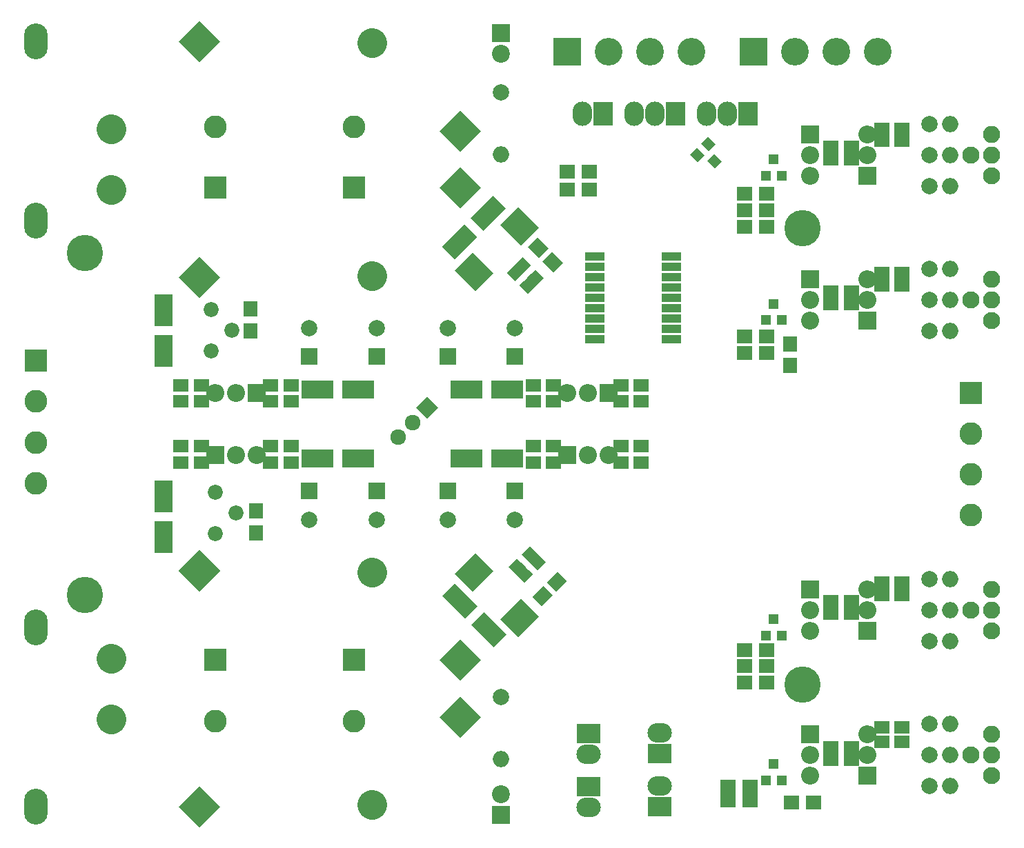
<source format=gbr>
G04 #@! TF.FileFunction,Soldermask,Top*
%FSLAX46Y46*%
G04 Gerber Fmt 4.6, Leading zero omitted, Abs format (unit mm)*
G04 Created by KiCad (PCBNEW 4.0.7) date 02/27/18 01:19:25*
%MOMM*%
%LPD*%
G01*
G04 APERTURE LIST*
%ADD10C,0.100000*%
%ADD11C,3.600000*%
%ADD12C,3.400000*%
%ADD13R,3.400000X3.400000*%
%ADD14R,1.900000X1.650000*%
%ADD15R,2.200000X2.200000*%
%ADD16O,2.200000X2.200000*%
%ADD17R,2.800000X2.800000*%
%ADD18C,2.800000*%
%ADD19R,1.900000X1.700000*%
%ADD20R,2.400000X3.000000*%
%ADD21O,2.400000X3.000000*%
%ADD22C,1.920000*%
%ADD23C,2.000000*%
%ADD24O,2.000000X2.000000*%
%ADD25C,2.100000*%
%ADD26O,2.100000X2.100000*%
%ADD27R,3.000000X2.400000*%
%ADD28O,3.000000X2.400000*%
%ADD29R,2.000000X2.000000*%
%ADD30C,1.840000*%
%ADD31R,1.700000X1.900000*%
%ADD32C,2.200000*%
%ADD33O,2.900000X4.400000*%
%ADD34R,3.900000X2.200000*%
%ADD35R,2.200000X3.900000*%
%ADD36R,1.200000X1.300000*%
%ADD37R,2.400000X1.000000*%
%ADD38C,4.464000*%
G04 APERTURE END LIST*
D10*
G36*
X98000000Y-128454416D02*
X100545584Y-131000000D01*
X98000000Y-133545584D01*
X95454416Y-131000000D01*
X98000000Y-128454416D01*
X98000000Y-128454416D01*
G37*
D11*
X87223693Y-141776307D02*
X87223693Y-141776307D01*
D12*
X116200000Y-49280000D03*
X121280000Y-49280000D03*
D13*
X111120000Y-49280000D03*
D12*
X126360000Y-49280000D03*
D14*
X146000000Y-134750000D03*
X143500000Y-134750000D03*
D15*
X147950000Y-138180000D03*
D16*
X147950000Y-135640000D03*
X147950000Y-133100000D03*
D15*
X147950000Y-82300000D03*
D16*
X147950000Y-79760000D03*
X147950000Y-77220000D03*
D17*
X160650000Y-91190000D03*
D18*
X160650000Y-96190000D03*
X160650000Y-101190000D03*
X160650000Y-106190000D03*
D15*
X147950000Y-120400000D03*
D16*
X147950000Y-117860000D03*
X147950000Y-115320000D03*
D15*
X67940000Y-98810000D03*
D16*
X70480000Y-98810000D03*
X73020000Y-98810000D03*
D15*
X73020000Y-91190000D03*
D16*
X70480000Y-91190000D03*
X67940000Y-91190000D03*
D15*
X111120000Y-98810000D03*
D16*
X113660000Y-98810000D03*
X116200000Y-98810000D03*
D15*
X116200000Y-91190000D03*
D16*
X113660000Y-91190000D03*
X111120000Y-91190000D03*
D19*
X113850000Y-66250000D03*
X111150000Y-66250000D03*
X111150000Y-64000000D03*
X113850000Y-64000000D03*
D20*
X115565000Y-56900000D03*
D21*
X113025000Y-56900000D03*
D22*
X92203949Y-94796051D03*
X90407898Y-96592102D03*
D10*
G36*
X92642355Y-93000000D02*
X94000000Y-91642355D01*
X95357645Y-93000000D01*
X94000000Y-94357645D01*
X92642355Y-93000000D01*
X92642355Y-93000000D01*
G37*
D23*
X155570000Y-135640000D03*
D24*
X158110000Y-135640000D03*
D23*
X155570000Y-139450000D03*
D24*
X158110000Y-139450000D03*
D23*
X155570000Y-131830000D03*
D24*
X158110000Y-131830000D03*
D23*
X155570000Y-117860000D03*
D24*
X158110000Y-117860000D03*
D23*
X155570000Y-121670000D03*
D24*
X158110000Y-121670000D03*
D23*
X155570000Y-114050000D03*
D24*
X158110000Y-114050000D03*
D23*
X155570000Y-79760000D03*
D24*
X158110000Y-79760000D03*
D23*
X155570000Y-83570000D03*
D24*
X158110000Y-83570000D03*
D23*
X155570000Y-75950000D03*
D24*
X158110000Y-75950000D03*
D23*
X155570000Y-61980000D03*
D24*
X158110000Y-61980000D03*
D23*
X155570000Y-65790000D03*
D24*
X158110000Y-65790000D03*
D23*
X155570000Y-58170000D03*
D24*
X158110000Y-58170000D03*
D15*
X140965000Y-133100000D03*
D16*
X140965000Y-135640000D03*
X140965000Y-138180000D03*
D10*
G36*
X127580762Y-60585787D02*
X128429290Y-59737259D01*
X129348528Y-60656497D01*
X128500000Y-61505025D01*
X127580762Y-60585787D01*
X127580762Y-60585787D01*
G37*
G36*
X126237259Y-61929290D02*
X127085787Y-61080762D01*
X128005025Y-62000000D01*
X127156497Y-62848528D01*
X126237259Y-61929290D01*
X126237259Y-61929290D01*
G37*
G36*
X128323224Y-62671752D02*
X129171752Y-61823224D01*
X130090990Y-62742462D01*
X129242462Y-63590990D01*
X128323224Y-62671752D01*
X128323224Y-62671752D01*
G37*
D15*
X140965000Y-115320000D03*
D16*
X140965000Y-117860000D03*
X140965000Y-120400000D03*
D15*
X140965000Y-77220000D03*
D16*
X140965000Y-79760000D03*
X140965000Y-82300000D03*
D15*
X140965000Y-59440000D03*
D16*
X140965000Y-61980000D03*
X140965000Y-64520000D03*
D25*
X160650000Y-135640000D03*
X163190000Y-138180000D03*
D26*
X163190000Y-135640000D03*
X163190000Y-133100000D03*
D20*
X124455000Y-56900000D03*
D21*
X121915000Y-56900000D03*
X119375000Y-56900000D03*
D27*
X122500000Y-142000000D03*
D28*
X122500000Y-139460000D03*
D25*
X160650000Y-117860000D03*
X163190000Y-120400000D03*
D26*
X163190000Y-117860000D03*
X163190000Y-115320000D03*
D27*
X113750000Y-139500000D03*
D28*
X113750000Y-142040000D03*
D25*
X160650000Y-79760000D03*
X163190000Y-82300000D03*
D26*
X163190000Y-79760000D03*
X163190000Y-77220000D03*
D27*
X122500000Y-135500000D03*
D28*
X122500000Y-132960000D03*
D25*
X160650000Y-61980000D03*
X163190000Y-64520000D03*
D26*
X163190000Y-61980000D03*
X163190000Y-59440000D03*
D17*
X46000000Y-87250000D03*
D18*
X46000000Y-92250000D03*
X46000000Y-97250000D03*
X46000000Y-102250000D03*
D27*
X113750000Y-133000000D03*
D28*
X113750000Y-135540000D03*
D14*
X146000000Y-136250000D03*
X143500000Y-136250000D03*
X149750000Y-132250000D03*
X152250000Y-132250000D03*
X149750000Y-134000000D03*
X152250000Y-134000000D03*
X146000000Y-118250000D03*
X143500000Y-118250000D03*
X146000000Y-116750000D03*
X143500000Y-116750000D03*
X149750000Y-116000000D03*
X152250000Y-116000000D03*
X149750000Y-114500000D03*
X152250000Y-114500000D03*
X146000000Y-78750000D03*
X143500000Y-78750000D03*
X146000000Y-80250000D03*
X143500000Y-80250000D03*
X149750000Y-76500000D03*
X152250000Y-76500000D03*
X149750000Y-78000000D03*
X152250000Y-78000000D03*
X146000000Y-61000000D03*
X143500000Y-61000000D03*
X146000000Y-62500000D03*
X143500000Y-62500000D03*
X149750000Y-58750000D03*
X152250000Y-58750000D03*
X149750000Y-60250000D03*
X152250000Y-60250000D03*
D10*
G36*
X68545584Y-77000000D02*
X66000000Y-79545584D01*
X63454416Y-77000000D01*
X66000000Y-74454416D01*
X68545584Y-77000000D01*
X68545584Y-77000000D01*
G37*
D11*
X55223693Y-66223693D02*
X55223693Y-66223693D01*
D29*
X96500000Y-103250000D03*
D23*
X96500000Y-106750000D03*
D29*
X87750000Y-103250000D03*
D23*
X87750000Y-106750000D03*
D29*
X104750000Y-86750000D03*
D23*
X104750000Y-83250000D03*
D29*
X87750000Y-86750000D03*
D23*
X87750000Y-83250000D03*
D30*
X68000000Y-103420000D03*
X70540000Y-105960000D03*
X68000000Y-108500000D03*
X67500000Y-80920000D03*
X70040000Y-83460000D03*
X67500000Y-86000000D03*
D14*
X107000000Y-97750000D03*
X109500000Y-97750000D03*
X120250000Y-97750000D03*
X117750000Y-97750000D03*
X120250000Y-99750000D03*
X117750000Y-99750000D03*
X77250000Y-97750000D03*
X74750000Y-97750000D03*
X77250000Y-99750000D03*
X74750000Y-99750000D03*
X107000000Y-92250000D03*
X109500000Y-92250000D03*
X107000000Y-90250000D03*
X109500000Y-90250000D03*
X63750000Y-90250000D03*
X66250000Y-90250000D03*
X63750000Y-92250000D03*
X66250000Y-92250000D03*
D31*
X73000000Y-108350000D03*
X73000000Y-105650000D03*
X72250000Y-83600000D03*
X72250000Y-80900000D03*
D10*
G36*
X97338120Y-113383705D02*
X99883705Y-110838120D01*
X102075736Y-113030151D01*
X99530151Y-115575736D01*
X97338120Y-113383705D01*
X97338120Y-113383705D01*
G37*
G36*
X102924264Y-118969849D02*
X105469849Y-116424264D01*
X107661880Y-118616295D01*
X105116295Y-121161880D01*
X102924264Y-118969849D01*
X102924264Y-118969849D01*
G37*
G36*
X99883705Y-78661880D02*
X97338120Y-76116295D01*
X99530151Y-73924264D01*
X102075736Y-76469849D01*
X99883705Y-78661880D01*
X99883705Y-78661880D01*
G37*
G36*
X105469849Y-73075736D02*
X102924264Y-70530151D01*
X105116295Y-68338120D01*
X107661880Y-70883705D01*
X105469849Y-73075736D01*
X105469849Y-73075736D01*
G37*
D29*
X104750000Y-103250000D03*
D23*
X104750000Y-106750000D03*
D29*
X79500000Y-103250000D03*
D23*
X79500000Y-106750000D03*
D14*
X63750000Y-97750000D03*
X66250000Y-97750000D03*
X107000000Y-99750000D03*
X109500000Y-99750000D03*
X63750000Y-99750000D03*
X66250000Y-99750000D03*
D29*
X96500000Y-86750000D03*
D23*
X96500000Y-83250000D03*
D14*
X120250000Y-92250000D03*
X117750000Y-92250000D03*
X120250000Y-90250000D03*
X117750000Y-90250000D03*
X77250000Y-92250000D03*
X74750000Y-92250000D03*
X77250000Y-90250000D03*
X74750000Y-90250000D03*
D29*
X79500000Y-86750000D03*
D23*
X79500000Y-83250000D03*
X103000000Y-54250000D03*
D24*
X103000000Y-61870000D03*
D23*
X103000000Y-128500000D03*
D24*
X103000000Y-136120000D03*
D15*
X103000000Y-143000000D03*
D32*
X103000000Y-140460000D03*
D10*
G36*
X102058808Y-66945557D02*
X103614443Y-68501192D01*
X100856726Y-71258909D01*
X99301091Y-69703274D01*
X102058808Y-66945557D01*
X102058808Y-66945557D01*
G37*
G36*
X98523274Y-70481091D02*
X100078909Y-72036726D01*
X97321192Y-74794443D01*
X95765557Y-73238808D01*
X98523274Y-70481091D01*
X98523274Y-70481091D01*
G37*
G36*
X103674443Y-120868808D02*
X102118808Y-122424443D01*
X99361091Y-119666726D01*
X100916726Y-118111091D01*
X103674443Y-120868808D01*
X103674443Y-120868808D01*
G37*
G36*
X100138909Y-117333274D02*
X98583274Y-118888909D01*
X95825557Y-116131192D01*
X97381192Y-114575557D01*
X100138909Y-117333274D01*
X100138909Y-117333274D01*
G37*
D33*
X46000000Y-142000000D03*
X46000000Y-120000000D03*
D34*
X103750000Y-99250000D03*
X98750000Y-99250000D03*
X80500000Y-99250000D03*
X85500000Y-99250000D03*
D10*
G36*
X66000000Y-110454416D02*
X68545584Y-113000000D01*
X66000000Y-115545584D01*
X63454416Y-113000000D01*
X66000000Y-110454416D01*
X66000000Y-110454416D01*
G37*
D11*
X55223693Y-123776307D02*
X55223693Y-123776307D01*
D10*
G36*
X68545584Y-142000000D02*
X66000000Y-144545584D01*
X63454416Y-142000000D01*
X66000000Y-139454416D01*
X68545584Y-142000000D01*
X68545584Y-142000000D01*
G37*
D11*
X55223693Y-131223693D02*
X55223693Y-131223693D01*
D10*
G36*
X100545584Y-124000000D02*
X98000000Y-126545584D01*
X95454416Y-124000000D01*
X98000000Y-121454416D01*
X100545584Y-124000000D01*
X100545584Y-124000000D01*
G37*
D11*
X87223693Y-113223693D02*
X87223693Y-113223693D01*
D10*
G36*
X109972271Y-113111002D02*
X111138998Y-114277729D01*
X109795495Y-115621232D01*
X108628768Y-114454505D01*
X109972271Y-113111002D01*
X109972271Y-113111002D01*
G37*
G36*
X108204505Y-114878768D02*
X109371232Y-116045495D01*
X108027729Y-117388998D01*
X106861002Y-116222271D01*
X108204505Y-114878768D01*
X108204505Y-114878768D01*
G37*
G36*
X110638998Y-75222271D02*
X109472271Y-76388998D01*
X108128768Y-75045495D01*
X109295495Y-73878768D01*
X110638998Y-75222271D01*
X110638998Y-75222271D01*
G37*
G36*
X108871232Y-73454505D02*
X107704505Y-74621232D01*
X106361002Y-73277729D01*
X107527729Y-72111002D01*
X108871232Y-73454505D01*
X108871232Y-73454505D01*
G37*
D17*
X85000000Y-124000000D03*
D18*
X85000000Y-131500000D03*
D17*
X68000000Y-124000000D03*
D18*
X68000000Y-131500000D03*
D33*
X46000000Y-48000000D03*
X46000000Y-70000000D03*
D10*
G36*
X66000000Y-45454416D02*
X68545584Y-48000000D01*
X66000000Y-50545584D01*
X63454416Y-48000000D01*
X66000000Y-45454416D01*
X66000000Y-45454416D01*
G37*
D11*
X55223693Y-58776307D02*
X55223693Y-58776307D01*
D10*
G36*
X100545584Y-59000000D02*
X98000000Y-61545584D01*
X95454416Y-59000000D01*
X98000000Y-56454416D01*
X100545584Y-59000000D01*
X100545584Y-59000000D01*
G37*
D11*
X87223693Y-48223693D02*
X87223693Y-48223693D01*
D17*
X85000000Y-66000000D03*
D18*
X85000000Y-58500000D03*
D17*
X68000000Y-66000000D03*
D18*
X68000000Y-58500000D03*
D10*
G36*
X98000000Y-63454416D02*
X100545584Y-66000000D01*
X98000000Y-68545584D01*
X95454416Y-66000000D01*
X98000000Y-63454416D01*
X98000000Y-63454416D01*
G37*
D11*
X87223693Y-76776307D02*
X87223693Y-76776307D01*
D34*
X103750000Y-90750000D03*
X98750000Y-90750000D03*
X80500000Y-90750000D03*
X85500000Y-90750000D03*
D35*
X61590000Y-108930000D03*
X61590000Y-103930000D03*
X61590000Y-81070000D03*
X61590000Y-86070000D03*
D15*
X103000000Y-47000000D03*
D32*
X103000000Y-49540000D03*
D15*
X147950000Y-64520000D03*
D16*
X147950000Y-61980000D03*
X147950000Y-59440000D03*
D10*
G36*
X104545873Y-113133884D02*
X103980187Y-112568198D01*
X105012563Y-111535822D01*
X105578249Y-112101508D01*
X104545873Y-113133884D01*
X104545873Y-113133884D01*
G37*
G36*
X105005492Y-113593503D02*
X104439806Y-113027817D01*
X105472182Y-111995441D01*
X106037868Y-112561127D01*
X105005492Y-113593503D01*
X105005492Y-113593503D01*
G37*
G36*
X105472183Y-114060194D02*
X104906497Y-113494508D01*
X105938873Y-112462132D01*
X106504559Y-113027818D01*
X105472183Y-114060194D01*
X105472183Y-114060194D01*
G37*
G36*
X105931802Y-114519813D02*
X105366116Y-113954127D01*
X106398492Y-112921751D01*
X106964178Y-113487437D01*
X105931802Y-114519813D01*
X105931802Y-114519813D01*
G37*
G36*
X107487437Y-112964178D02*
X106921751Y-112398492D01*
X107954127Y-111366116D01*
X108519813Y-111931802D01*
X107487437Y-112964178D01*
X107487437Y-112964178D01*
G37*
G36*
X107027818Y-112504559D02*
X106462132Y-111938873D01*
X107494508Y-110906497D01*
X108060194Y-111472183D01*
X107027818Y-112504559D01*
X107027818Y-112504559D01*
G37*
G36*
X106561127Y-112037868D02*
X105995441Y-111472182D01*
X107027817Y-110439806D01*
X107593503Y-111005492D01*
X106561127Y-112037868D01*
X106561127Y-112037868D01*
G37*
G36*
X106101508Y-111578249D02*
X105535822Y-111012563D01*
X106568198Y-109980187D01*
X107133884Y-110545873D01*
X106101508Y-111578249D01*
X106101508Y-111578249D01*
G37*
G36*
X105116116Y-75045873D02*
X105681802Y-74480187D01*
X106714178Y-75512563D01*
X106148492Y-76078249D01*
X105116116Y-75045873D01*
X105116116Y-75045873D01*
G37*
G36*
X104656497Y-75505492D02*
X105222183Y-74939806D01*
X106254559Y-75972182D01*
X105688873Y-76537868D01*
X104656497Y-75505492D01*
X104656497Y-75505492D01*
G37*
G36*
X104189806Y-75972183D02*
X104755492Y-75406497D01*
X105787868Y-76438873D01*
X105222182Y-77004559D01*
X104189806Y-75972183D01*
X104189806Y-75972183D01*
G37*
G36*
X103730187Y-76431802D02*
X104295873Y-75866116D01*
X105328249Y-76898492D01*
X104762563Y-77464178D01*
X103730187Y-76431802D01*
X103730187Y-76431802D01*
G37*
G36*
X105285822Y-77987437D02*
X105851508Y-77421751D01*
X106883884Y-78454127D01*
X106318198Y-79019813D01*
X105285822Y-77987437D01*
X105285822Y-77987437D01*
G37*
G36*
X105745441Y-77527818D02*
X106311127Y-76962132D01*
X107343503Y-77994508D01*
X106777817Y-78560194D01*
X105745441Y-77527818D01*
X105745441Y-77527818D01*
G37*
G36*
X106212132Y-77061127D02*
X106777818Y-76495441D01*
X107810194Y-77527817D01*
X107244508Y-78093503D01*
X106212132Y-77061127D01*
X106212132Y-77061127D01*
G37*
G36*
X106671751Y-76601508D02*
X107237437Y-76035822D01*
X108269813Y-77068198D01*
X107704127Y-77633884D01*
X106671751Y-76601508D01*
X106671751Y-76601508D01*
G37*
D12*
X139060000Y-49280000D03*
X144140000Y-49280000D03*
D13*
X133980000Y-49280000D03*
D12*
X149220000Y-49280000D03*
D36*
X135550000Y-64500000D03*
X137450000Y-64500000D03*
X136500000Y-62500000D03*
X135550000Y-82250000D03*
X137450000Y-82250000D03*
X136500000Y-80250000D03*
X135550000Y-121000000D03*
X137450000Y-121000000D03*
X136500000Y-119000000D03*
X135550000Y-138750000D03*
X137450000Y-138750000D03*
X136500000Y-136750000D03*
D19*
X132900000Y-70750000D03*
X135600000Y-70750000D03*
X132900000Y-68750000D03*
X135600000Y-68750000D03*
X132900000Y-66750000D03*
X135600000Y-66750000D03*
D31*
X138500000Y-87850000D03*
X138500000Y-85150000D03*
D19*
X132900000Y-86250000D03*
X135600000Y-86250000D03*
X132900000Y-84250000D03*
X135600000Y-84250000D03*
X132900000Y-126750000D03*
X135600000Y-126750000D03*
X132900000Y-124750000D03*
X135600000Y-124750000D03*
X132900000Y-122750000D03*
X135600000Y-122750000D03*
X141350000Y-141500000D03*
X138650000Y-141500000D03*
X130900000Y-141250000D03*
X133600000Y-141250000D03*
X130900000Y-139500000D03*
X133600000Y-139500000D03*
D37*
X114550000Y-74420000D03*
X114550000Y-75690000D03*
X114550000Y-76960000D03*
X114550000Y-78230000D03*
X114550000Y-79500000D03*
X114550000Y-80770000D03*
X114550000Y-82040000D03*
X114550000Y-83310000D03*
X114550000Y-84580000D03*
X123950000Y-84580000D03*
X123950000Y-83310000D03*
X123950000Y-82040000D03*
X123950000Y-80770000D03*
X123950000Y-79500000D03*
X123950000Y-78230000D03*
X123950000Y-76960000D03*
X123950000Y-75690000D03*
X123950000Y-74420000D03*
D38*
X140000000Y-127000000D03*
X52000000Y-116000000D03*
X52000000Y-74000000D03*
X140000000Y-71000000D03*
D20*
X133345000Y-56900000D03*
D21*
X130805000Y-56900000D03*
X128265000Y-56900000D03*
M02*

</source>
